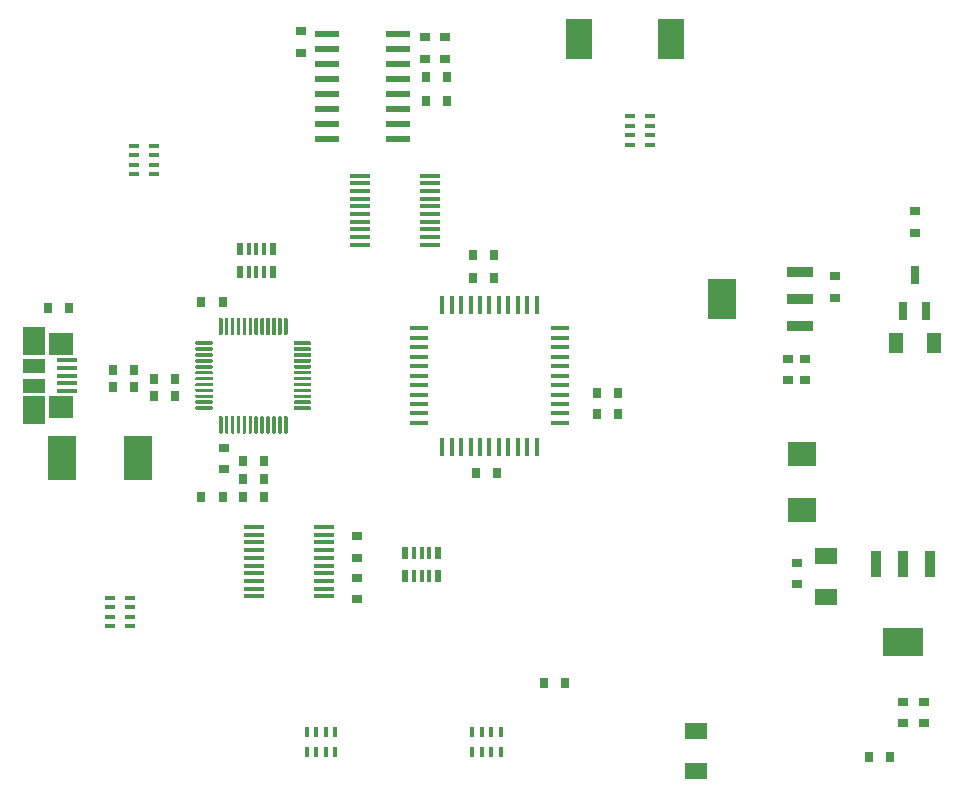
<source format=gbr>
%TF.GenerationSoftware,KiCad,Pcbnew,5.1.8-4.fc33*%
%TF.CreationDate,2020-12-20T17:27:52+03:00*%
%TF.ProjectId,2232,32323332-2e6b-4696-9361-645f70636258,rev?*%
%TF.SameCoordinates,Original*%
%TF.FileFunction,Paste,Bot*%
%TF.FilePolarity,Positive*%
%FSLAX46Y46*%
G04 Gerber Fmt 4.6, Leading zero omitted, Abs format (unit mm)*
G04 Created by KiCad (PCBNEW 5.1.8-4.fc33) date 2020-12-20 17:27:52*
%MOMM*%
%LPD*%
G01*
G04 APERTURE LIST*
%ADD10R,0.900000X0.800000*%
%ADD11R,2.400000X2.000000*%
%ADD12R,1.200000X1.700000*%
%ADD13R,2.200000X0.900000*%
%ADD14R,2.400000X3.500000*%
%ADD15R,0.800000X1.600000*%
%ADD16R,1.800000X0.450000*%
%ADD17R,0.800000X0.900000*%
%ADD18R,0.400000X1.500000*%
%ADD19R,1.500000X0.400000*%
%ADD20R,2.000000X0.600000*%
%ADD21R,0.900000X2.200000*%
%ADD22R,3.500000X2.400000*%
%ADD23R,0.900000X0.440000*%
%ADD24R,0.600000X1.000000*%
%ADD25R,0.400000X1.000000*%
%ADD26R,0.440000X0.900000*%
%ADD27R,2.350000X3.700000*%
%ADD28R,2.100000X1.870000*%
%ADD29R,1.680000X0.450000*%
%ADD30R,1.900000X1.170000*%
%ADD31R,1.900000X2.375000*%
%ADD32R,2.200000X3.400000*%
%ADD33R,1.900000X1.400000*%
G04 APERTURE END LIST*
D10*
%TO.C,R15*%
X125250000Y-100400000D03*
X125250000Y-98600000D03*
%TD*%
%TO.C,R14*%
X126750000Y-100400000D03*
X126750000Y-98600000D03*
%TD*%
D11*
%TO.C,D10*%
X126500000Y-111400000D03*
X126500000Y-106600000D03*
%TD*%
D10*
%TO.C,R13*%
X129250000Y-91600000D03*
X129250000Y-93400000D03*
%TD*%
%TO.C,R12*%
X136750000Y-129400000D03*
X136750000Y-127600000D03*
%TD*%
%TO.C,R11*%
X135000000Y-129400000D03*
X135000000Y-127600000D03*
%TD*%
D12*
%TO.C,R9*%
X134400000Y-97250000D03*
X137600000Y-97250000D03*
%TD*%
D10*
%TO.C,R8*%
X136000000Y-86100000D03*
X136000000Y-87900000D03*
%TD*%
D13*
%TO.C,Q2*%
X126300000Y-95790000D03*
X126300000Y-93500000D03*
D14*
X119700000Y-93500000D03*
D13*
X126300000Y-91210000D03*
%TD*%
D15*
%TO.C,Q1*%
X136000000Y-91500000D03*
X135050000Y-94500000D03*
X136950000Y-94500000D03*
%TD*%
D16*
%TO.C,U5*%
X94950000Y-83075000D03*
X94950000Y-83725000D03*
X94950000Y-84375000D03*
X94950000Y-85025000D03*
X94950000Y-85675000D03*
X94950000Y-86325000D03*
X94950000Y-86975000D03*
X94950000Y-87625000D03*
X94950000Y-88275000D03*
X89050000Y-83075000D03*
X89050000Y-83725000D03*
X89050000Y-84375000D03*
X89050000Y-85025000D03*
X89050000Y-85675000D03*
X89050000Y-86325000D03*
X89050000Y-86975000D03*
X89050000Y-87625000D03*
X89050000Y-88275000D03*
X94950000Y-88925000D03*
X89050000Y-88925000D03*
%TD*%
D17*
%TO.C,C21*%
X100400000Y-89750000D03*
X98600000Y-89750000D03*
%TD*%
D18*
%TO.C,U3*%
X104000000Y-94000000D03*
X103200000Y-94000000D03*
X102400000Y-94000000D03*
X101600000Y-94000000D03*
X100800000Y-94000000D03*
X100000000Y-94000000D03*
X99200000Y-94000000D03*
X98400000Y-94000000D03*
X97600000Y-94000000D03*
X96800000Y-94000000D03*
X96000000Y-94000000D03*
D19*
X94000000Y-96000000D03*
X94000000Y-96800000D03*
X94000000Y-97600000D03*
X94000000Y-98400000D03*
X94000000Y-99200000D03*
X94000000Y-100000000D03*
X94000000Y-100800000D03*
X94000000Y-101600000D03*
X94000000Y-102400000D03*
X94000000Y-103200000D03*
X94000000Y-104000000D03*
D18*
X96000000Y-106000000D03*
X96800000Y-106000000D03*
X97600000Y-106000000D03*
X98400000Y-106000000D03*
X99200000Y-106000000D03*
X100000000Y-106000000D03*
X100800000Y-106000000D03*
X101600000Y-106000000D03*
X102400000Y-106000000D03*
X103200000Y-106000000D03*
X104000000Y-106000000D03*
D19*
X106000000Y-104000000D03*
X106000000Y-103200000D03*
X106000000Y-102400000D03*
X106000000Y-101600000D03*
X106000000Y-100800000D03*
X106000000Y-100000000D03*
X106000000Y-99200000D03*
X106000000Y-98400000D03*
X106000000Y-97600000D03*
X106000000Y-96800000D03*
X106000000Y-96000000D03*
%TD*%
D17*
%TO.C,C20*%
X98850000Y-108250000D03*
X100650000Y-108250000D03*
%TD*%
%TO.C,R10*%
X64400000Y-94250000D03*
X62600000Y-94250000D03*
%TD*%
D10*
%TO.C,R7*%
X88750000Y-118900000D03*
X88750000Y-117100000D03*
%TD*%
%TO.C,R6*%
X88750000Y-115400000D03*
X88750000Y-113600000D03*
%TD*%
D20*
%TO.C,U6*%
X92250000Y-79945000D03*
X92250000Y-78675000D03*
X92250000Y-77405000D03*
X92250000Y-76135000D03*
X92250000Y-74865000D03*
X92250000Y-73595000D03*
X92250000Y-72325000D03*
X92250000Y-71055000D03*
X86250000Y-79945000D03*
X86250000Y-78675000D03*
X86250000Y-77405000D03*
X86250000Y-76135000D03*
X86250000Y-74865000D03*
X86250000Y-73595000D03*
X86250000Y-72325000D03*
X86250000Y-71055000D03*
%TD*%
D16*
%TO.C,U4*%
X80050000Y-118675000D03*
X80050000Y-118025000D03*
X80050000Y-117375000D03*
X80050000Y-116725000D03*
X80050000Y-116075000D03*
X80050000Y-115425000D03*
X80050000Y-114775000D03*
X80050000Y-114125000D03*
X80050000Y-113475000D03*
X85950000Y-118675000D03*
X85950000Y-118025000D03*
X85950000Y-117375000D03*
X85950000Y-116725000D03*
X85950000Y-116075000D03*
X85950000Y-115425000D03*
X85950000Y-114775000D03*
X85950000Y-114125000D03*
X85950000Y-113475000D03*
X80050000Y-112825000D03*
X85950000Y-112825000D03*
%TD*%
D21*
%TO.C,U2*%
X137290000Y-115950000D03*
X135000000Y-115950000D03*
D22*
X135000000Y-122550000D03*
D21*
X132710000Y-115950000D03*
%TD*%
%TO.C,U1*%
G36*
G01*
X77100000Y-104825000D02*
X77100000Y-103500000D01*
G75*
G02*
X77175000Y-103425000I75000J0D01*
G01*
X77325000Y-103425000D01*
G75*
G02*
X77400000Y-103500000I0J-75000D01*
G01*
X77400000Y-104825000D01*
G75*
G02*
X77325000Y-104900000I-75000J0D01*
G01*
X77175000Y-104900000D01*
G75*
G02*
X77100000Y-104825000I0J75000D01*
G01*
G37*
G36*
G01*
X77600000Y-104825000D02*
X77600000Y-103500000D01*
G75*
G02*
X77675000Y-103425000I75000J0D01*
G01*
X77825000Y-103425000D01*
G75*
G02*
X77900000Y-103500000I0J-75000D01*
G01*
X77900000Y-104825000D01*
G75*
G02*
X77825000Y-104900000I-75000J0D01*
G01*
X77675000Y-104900000D01*
G75*
G02*
X77600000Y-104825000I0J75000D01*
G01*
G37*
G36*
G01*
X78100000Y-104825000D02*
X78100000Y-103500000D01*
G75*
G02*
X78175000Y-103425000I75000J0D01*
G01*
X78325000Y-103425000D01*
G75*
G02*
X78400000Y-103500000I0J-75000D01*
G01*
X78400000Y-104825000D01*
G75*
G02*
X78325000Y-104900000I-75000J0D01*
G01*
X78175000Y-104900000D01*
G75*
G02*
X78100000Y-104825000I0J75000D01*
G01*
G37*
G36*
G01*
X78600000Y-104825000D02*
X78600000Y-103500000D01*
G75*
G02*
X78675000Y-103425000I75000J0D01*
G01*
X78825000Y-103425000D01*
G75*
G02*
X78900000Y-103500000I0J-75000D01*
G01*
X78900000Y-104825000D01*
G75*
G02*
X78825000Y-104900000I-75000J0D01*
G01*
X78675000Y-104900000D01*
G75*
G02*
X78600000Y-104825000I0J75000D01*
G01*
G37*
G36*
G01*
X79100000Y-104825000D02*
X79100000Y-103500000D01*
G75*
G02*
X79175000Y-103425000I75000J0D01*
G01*
X79325000Y-103425000D01*
G75*
G02*
X79400000Y-103500000I0J-75000D01*
G01*
X79400000Y-104825000D01*
G75*
G02*
X79325000Y-104900000I-75000J0D01*
G01*
X79175000Y-104900000D01*
G75*
G02*
X79100000Y-104825000I0J75000D01*
G01*
G37*
G36*
G01*
X79600000Y-104825000D02*
X79600000Y-103500000D01*
G75*
G02*
X79675000Y-103425000I75000J0D01*
G01*
X79825000Y-103425000D01*
G75*
G02*
X79900000Y-103500000I0J-75000D01*
G01*
X79900000Y-104825000D01*
G75*
G02*
X79825000Y-104900000I-75000J0D01*
G01*
X79675000Y-104900000D01*
G75*
G02*
X79600000Y-104825000I0J75000D01*
G01*
G37*
G36*
G01*
X80100000Y-104825000D02*
X80100000Y-103500000D01*
G75*
G02*
X80175000Y-103425000I75000J0D01*
G01*
X80325000Y-103425000D01*
G75*
G02*
X80400000Y-103500000I0J-75000D01*
G01*
X80400000Y-104825000D01*
G75*
G02*
X80325000Y-104900000I-75000J0D01*
G01*
X80175000Y-104900000D01*
G75*
G02*
X80100000Y-104825000I0J75000D01*
G01*
G37*
G36*
G01*
X80600000Y-104825000D02*
X80600000Y-103500000D01*
G75*
G02*
X80675000Y-103425000I75000J0D01*
G01*
X80825000Y-103425000D01*
G75*
G02*
X80900000Y-103500000I0J-75000D01*
G01*
X80900000Y-104825000D01*
G75*
G02*
X80825000Y-104900000I-75000J0D01*
G01*
X80675000Y-104900000D01*
G75*
G02*
X80600000Y-104825000I0J75000D01*
G01*
G37*
G36*
G01*
X81100000Y-104825000D02*
X81100000Y-103500000D01*
G75*
G02*
X81175000Y-103425000I75000J0D01*
G01*
X81325000Y-103425000D01*
G75*
G02*
X81400000Y-103500000I0J-75000D01*
G01*
X81400000Y-104825000D01*
G75*
G02*
X81325000Y-104900000I-75000J0D01*
G01*
X81175000Y-104900000D01*
G75*
G02*
X81100000Y-104825000I0J75000D01*
G01*
G37*
G36*
G01*
X81600000Y-104825000D02*
X81600000Y-103500000D01*
G75*
G02*
X81675000Y-103425000I75000J0D01*
G01*
X81825000Y-103425000D01*
G75*
G02*
X81900000Y-103500000I0J-75000D01*
G01*
X81900000Y-104825000D01*
G75*
G02*
X81825000Y-104900000I-75000J0D01*
G01*
X81675000Y-104900000D01*
G75*
G02*
X81600000Y-104825000I0J75000D01*
G01*
G37*
G36*
G01*
X82100000Y-104825000D02*
X82100000Y-103500000D01*
G75*
G02*
X82175000Y-103425000I75000J0D01*
G01*
X82325000Y-103425000D01*
G75*
G02*
X82400000Y-103500000I0J-75000D01*
G01*
X82400000Y-104825000D01*
G75*
G02*
X82325000Y-104900000I-75000J0D01*
G01*
X82175000Y-104900000D01*
G75*
G02*
X82100000Y-104825000I0J75000D01*
G01*
G37*
G36*
G01*
X82600000Y-104825000D02*
X82600000Y-103500000D01*
G75*
G02*
X82675000Y-103425000I75000J0D01*
G01*
X82825000Y-103425000D01*
G75*
G02*
X82900000Y-103500000I0J-75000D01*
G01*
X82900000Y-104825000D01*
G75*
G02*
X82825000Y-104900000I-75000J0D01*
G01*
X82675000Y-104900000D01*
G75*
G02*
X82600000Y-104825000I0J75000D01*
G01*
G37*
G36*
G01*
X83425000Y-102825000D02*
X83425000Y-102675000D01*
G75*
G02*
X83500000Y-102600000I75000J0D01*
G01*
X84825000Y-102600000D01*
G75*
G02*
X84900000Y-102675000I0J-75000D01*
G01*
X84900000Y-102825000D01*
G75*
G02*
X84825000Y-102900000I-75000J0D01*
G01*
X83500000Y-102900000D01*
G75*
G02*
X83425000Y-102825000I0J75000D01*
G01*
G37*
G36*
G01*
X83425000Y-102325000D02*
X83425000Y-102175000D01*
G75*
G02*
X83500000Y-102100000I75000J0D01*
G01*
X84825000Y-102100000D01*
G75*
G02*
X84900000Y-102175000I0J-75000D01*
G01*
X84900000Y-102325000D01*
G75*
G02*
X84825000Y-102400000I-75000J0D01*
G01*
X83500000Y-102400000D01*
G75*
G02*
X83425000Y-102325000I0J75000D01*
G01*
G37*
G36*
G01*
X83425000Y-101825000D02*
X83425000Y-101675000D01*
G75*
G02*
X83500000Y-101600000I75000J0D01*
G01*
X84825000Y-101600000D01*
G75*
G02*
X84900000Y-101675000I0J-75000D01*
G01*
X84900000Y-101825000D01*
G75*
G02*
X84825000Y-101900000I-75000J0D01*
G01*
X83500000Y-101900000D01*
G75*
G02*
X83425000Y-101825000I0J75000D01*
G01*
G37*
G36*
G01*
X83425000Y-101325000D02*
X83425000Y-101175000D01*
G75*
G02*
X83500000Y-101100000I75000J0D01*
G01*
X84825000Y-101100000D01*
G75*
G02*
X84900000Y-101175000I0J-75000D01*
G01*
X84900000Y-101325000D01*
G75*
G02*
X84825000Y-101400000I-75000J0D01*
G01*
X83500000Y-101400000D01*
G75*
G02*
X83425000Y-101325000I0J75000D01*
G01*
G37*
G36*
G01*
X83425000Y-100825000D02*
X83425000Y-100675000D01*
G75*
G02*
X83500000Y-100600000I75000J0D01*
G01*
X84825000Y-100600000D01*
G75*
G02*
X84900000Y-100675000I0J-75000D01*
G01*
X84900000Y-100825000D01*
G75*
G02*
X84825000Y-100900000I-75000J0D01*
G01*
X83500000Y-100900000D01*
G75*
G02*
X83425000Y-100825000I0J75000D01*
G01*
G37*
G36*
G01*
X83425000Y-100325000D02*
X83425000Y-100175000D01*
G75*
G02*
X83500000Y-100100000I75000J0D01*
G01*
X84825000Y-100100000D01*
G75*
G02*
X84900000Y-100175000I0J-75000D01*
G01*
X84900000Y-100325000D01*
G75*
G02*
X84825000Y-100400000I-75000J0D01*
G01*
X83500000Y-100400000D01*
G75*
G02*
X83425000Y-100325000I0J75000D01*
G01*
G37*
G36*
G01*
X83425000Y-99825000D02*
X83425000Y-99675000D01*
G75*
G02*
X83500000Y-99600000I75000J0D01*
G01*
X84825000Y-99600000D01*
G75*
G02*
X84900000Y-99675000I0J-75000D01*
G01*
X84900000Y-99825000D01*
G75*
G02*
X84825000Y-99900000I-75000J0D01*
G01*
X83500000Y-99900000D01*
G75*
G02*
X83425000Y-99825000I0J75000D01*
G01*
G37*
G36*
G01*
X83425000Y-99325000D02*
X83425000Y-99175000D01*
G75*
G02*
X83500000Y-99100000I75000J0D01*
G01*
X84825000Y-99100000D01*
G75*
G02*
X84900000Y-99175000I0J-75000D01*
G01*
X84900000Y-99325000D01*
G75*
G02*
X84825000Y-99400000I-75000J0D01*
G01*
X83500000Y-99400000D01*
G75*
G02*
X83425000Y-99325000I0J75000D01*
G01*
G37*
G36*
G01*
X83425000Y-98825000D02*
X83425000Y-98675000D01*
G75*
G02*
X83500000Y-98600000I75000J0D01*
G01*
X84825000Y-98600000D01*
G75*
G02*
X84900000Y-98675000I0J-75000D01*
G01*
X84900000Y-98825000D01*
G75*
G02*
X84825000Y-98900000I-75000J0D01*
G01*
X83500000Y-98900000D01*
G75*
G02*
X83425000Y-98825000I0J75000D01*
G01*
G37*
G36*
G01*
X83425000Y-98325000D02*
X83425000Y-98175000D01*
G75*
G02*
X83500000Y-98100000I75000J0D01*
G01*
X84825000Y-98100000D01*
G75*
G02*
X84900000Y-98175000I0J-75000D01*
G01*
X84900000Y-98325000D01*
G75*
G02*
X84825000Y-98400000I-75000J0D01*
G01*
X83500000Y-98400000D01*
G75*
G02*
X83425000Y-98325000I0J75000D01*
G01*
G37*
G36*
G01*
X83425000Y-97825000D02*
X83425000Y-97675000D01*
G75*
G02*
X83500000Y-97600000I75000J0D01*
G01*
X84825000Y-97600000D01*
G75*
G02*
X84900000Y-97675000I0J-75000D01*
G01*
X84900000Y-97825000D01*
G75*
G02*
X84825000Y-97900000I-75000J0D01*
G01*
X83500000Y-97900000D01*
G75*
G02*
X83425000Y-97825000I0J75000D01*
G01*
G37*
G36*
G01*
X83425000Y-97325000D02*
X83425000Y-97175000D01*
G75*
G02*
X83500000Y-97100000I75000J0D01*
G01*
X84825000Y-97100000D01*
G75*
G02*
X84900000Y-97175000I0J-75000D01*
G01*
X84900000Y-97325000D01*
G75*
G02*
X84825000Y-97400000I-75000J0D01*
G01*
X83500000Y-97400000D01*
G75*
G02*
X83425000Y-97325000I0J75000D01*
G01*
G37*
G36*
G01*
X82600000Y-96500000D02*
X82600000Y-95175000D01*
G75*
G02*
X82675000Y-95100000I75000J0D01*
G01*
X82825000Y-95100000D01*
G75*
G02*
X82900000Y-95175000I0J-75000D01*
G01*
X82900000Y-96500000D01*
G75*
G02*
X82825000Y-96575000I-75000J0D01*
G01*
X82675000Y-96575000D01*
G75*
G02*
X82600000Y-96500000I0J75000D01*
G01*
G37*
G36*
G01*
X82100000Y-96500000D02*
X82100000Y-95175000D01*
G75*
G02*
X82175000Y-95100000I75000J0D01*
G01*
X82325000Y-95100000D01*
G75*
G02*
X82400000Y-95175000I0J-75000D01*
G01*
X82400000Y-96500000D01*
G75*
G02*
X82325000Y-96575000I-75000J0D01*
G01*
X82175000Y-96575000D01*
G75*
G02*
X82100000Y-96500000I0J75000D01*
G01*
G37*
G36*
G01*
X81600000Y-96500000D02*
X81600000Y-95175000D01*
G75*
G02*
X81675000Y-95100000I75000J0D01*
G01*
X81825000Y-95100000D01*
G75*
G02*
X81900000Y-95175000I0J-75000D01*
G01*
X81900000Y-96500000D01*
G75*
G02*
X81825000Y-96575000I-75000J0D01*
G01*
X81675000Y-96575000D01*
G75*
G02*
X81600000Y-96500000I0J75000D01*
G01*
G37*
G36*
G01*
X81100000Y-96500000D02*
X81100000Y-95175000D01*
G75*
G02*
X81175000Y-95100000I75000J0D01*
G01*
X81325000Y-95100000D01*
G75*
G02*
X81400000Y-95175000I0J-75000D01*
G01*
X81400000Y-96500000D01*
G75*
G02*
X81325000Y-96575000I-75000J0D01*
G01*
X81175000Y-96575000D01*
G75*
G02*
X81100000Y-96500000I0J75000D01*
G01*
G37*
G36*
G01*
X80600000Y-96500000D02*
X80600000Y-95175000D01*
G75*
G02*
X80675000Y-95100000I75000J0D01*
G01*
X80825000Y-95100000D01*
G75*
G02*
X80900000Y-95175000I0J-75000D01*
G01*
X80900000Y-96500000D01*
G75*
G02*
X80825000Y-96575000I-75000J0D01*
G01*
X80675000Y-96575000D01*
G75*
G02*
X80600000Y-96500000I0J75000D01*
G01*
G37*
G36*
G01*
X80100000Y-96500000D02*
X80100000Y-95175000D01*
G75*
G02*
X80175000Y-95100000I75000J0D01*
G01*
X80325000Y-95100000D01*
G75*
G02*
X80400000Y-95175000I0J-75000D01*
G01*
X80400000Y-96500000D01*
G75*
G02*
X80325000Y-96575000I-75000J0D01*
G01*
X80175000Y-96575000D01*
G75*
G02*
X80100000Y-96500000I0J75000D01*
G01*
G37*
G36*
G01*
X79600000Y-96500000D02*
X79600000Y-95175000D01*
G75*
G02*
X79675000Y-95100000I75000J0D01*
G01*
X79825000Y-95100000D01*
G75*
G02*
X79900000Y-95175000I0J-75000D01*
G01*
X79900000Y-96500000D01*
G75*
G02*
X79825000Y-96575000I-75000J0D01*
G01*
X79675000Y-96575000D01*
G75*
G02*
X79600000Y-96500000I0J75000D01*
G01*
G37*
G36*
G01*
X79100000Y-96500000D02*
X79100000Y-95175000D01*
G75*
G02*
X79175000Y-95100000I75000J0D01*
G01*
X79325000Y-95100000D01*
G75*
G02*
X79400000Y-95175000I0J-75000D01*
G01*
X79400000Y-96500000D01*
G75*
G02*
X79325000Y-96575000I-75000J0D01*
G01*
X79175000Y-96575000D01*
G75*
G02*
X79100000Y-96500000I0J75000D01*
G01*
G37*
G36*
G01*
X78600000Y-96500000D02*
X78600000Y-95175000D01*
G75*
G02*
X78675000Y-95100000I75000J0D01*
G01*
X78825000Y-95100000D01*
G75*
G02*
X78900000Y-95175000I0J-75000D01*
G01*
X78900000Y-96500000D01*
G75*
G02*
X78825000Y-96575000I-75000J0D01*
G01*
X78675000Y-96575000D01*
G75*
G02*
X78600000Y-96500000I0J75000D01*
G01*
G37*
G36*
G01*
X78100000Y-96500000D02*
X78100000Y-95175000D01*
G75*
G02*
X78175000Y-95100000I75000J0D01*
G01*
X78325000Y-95100000D01*
G75*
G02*
X78400000Y-95175000I0J-75000D01*
G01*
X78400000Y-96500000D01*
G75*
G02*
X78325000Y-96575000I-75000J0D01*
G01*
X78175000Y-96575000D01*
G75*
G02*
X78100000Y-96500000I0J75000D01*
G01*
G37*
G36*
G01*
X77600000Y-96500000D02*
X77600000Y-95175000D01*
G75*
G02*
X77675000Y-95100000I75000J0D01*
G01*
X77825000Y-95100000D01*
G75*
G02*
X77900000Y-95175000I0J-75000D01*
G01*
X77900000Y-96500000D01*
G75*
G02*
X77825000Y-96575000I-75000J0D01*
G01*
X77675000Y-96575000D01*
G75*
G02*
X77600000Y-96500000I0J75000D01*
G01*
G37*
G36*
G01*
X77100000Y-96500000D02*
X77100000Y-95175000D01*
G75*
G02*
X77175000Y-95100000I75000J0D01*
G01*
X77325000Y-95100000D01*
G75*
G02*
X77400000Y-95175000I0J-75000D01*
G01*
X77400000Y-96500000D01*
G75*
G02*
X77325000Y-96575000I-75000J0D01*
G01*
X77175000Y-96575000D01*
G75*
G02*
X77100000Y-96500000I0J75000D01*
G01*
G37*
G36*
G01*
X75100000Y-97325000D02*
X75100000Y-97175000D01*
G75*
G02*
X75175000Y-97100000I75000J0D01*
G01*
X76500000Y-97100000D01*
G75*
G02*
X76575000Y-97175000I0J-75000D01*
G01*
X76575000Y-97325000D01*
G75*
G02*
X76500000Y-97400000I-75000J0D01*
G01*
X75175000Y-97400000D01*
G75*
G02*
X75100000Y-97325000I0J75000D01*
G01*
G37*
G36*
G01*
X75100000Y-97825000D02*
X75100000Y-97675000D01*
G75*
G02*
X75175000Y-97600000I75000J0D01*
G01*
X76500000Y-97600000D01*
G75*
G02*
X76575000Y-97675000I0J-75000D01*
G01*
X76575000Y-97825000D01*
G75*
G02*
X76500000Y-97900000I-75000J0D01*
G01*
X75175000Y-97900000D01*
G75*
G02*
X75100000Y-97825000I0J75000D01*
G01*
G37*
G36*
G01*
X75100000Y-98325000D02*
X75100000Y-98175000D01*
G75*
G02*
X75175000Y-98100000I75000J0D01*
G01*
X76500000Y-98100000D01*
G75*
G02*
X76575000Y-98175000I0J-75000D01*
G01*
X76575000Y-98325000D01*
G75*
G02*
X76500000Y-98400000I-75000J0D01*
G01*
X75175000Y-98400000D01*
G75*
G02*
X75100000Y-98325000I0J75000D01*
G01*
G37*
G36*
G01*
X75100000Y-98825000D02*
X75100000Y-98675000D01*
G75*
G02*
X75175000Y-98600000I75000J0D01*
G01*
X76500000Y-98600000D01*
G75*
G02*
X76575000Y-98675000I0J-75000D01*
G01*
X76575000Y-98825000D01*
G75*
G02*
X76500000Y-98900000I-75000J0D01*
G01*
X75175000Y-98900000D01*
G75*
G02*
X75100000Y-98825000I0J75000D01*
G01*
G37*
G36*
G01*
X75100000Y-99325000D02*
X75100000Y-99175000D01*
G75*
G02*
X75175000Y-99100000I75000J0D01*
G01*
X76500000Y-99100000D01*
G75*
G02*
X76575000Y-99175000I0J-75000D01*
G01*
X76575000Y-99325000D01*
G75*
G02*
X76500000Y-99400000I-75000J0D01*
G01*
X75175000Y-99400000D01*
G75*
G02*
X75100000Y-99325000I0J75000D01*
G01*
G37*
G36*
G01*
X75100000Y-99825000D02*
X75100000Y-99675000D01*
G75*
G02*
X75175000Y-99600000I75000J0D01*
G01*
X76500000Y-99600000D01*
G75*
G02*
X76575000Y-99675000I0J-75000D01*
G01*
X76575000Y-99825000D01*
G75*
G02*
X76500000Y-99900000I-75000J0D01*
G01*
X75175000Y-99900000D01*
G75*
G02*
X75100000Y-99825000I0J75000D01*
G01*
G37*
G36*
G01*
X75100000Y-100325000D02*
X75100000Y-100175000D01*
G75*
G02*
X75175000Y-100100000I75000J0D01*
G01*
X76500000Y-100100000D01*
G75*
G02*
X76575000Y-100175000I0J-75000D01*
G01*
X76575000Y-100325000D01*
G75*
G02*
X76500000Y-100400000I-75000J0D01*
G01*
X75175000Y-100400000D01*
G75*
G02*
X75100000Y-100325000I0J75000D01*
G01*
G37*
G36*
G01*
X75100000Y-100825000D02*
X75100000Y-100675000D01*
G75*
G02*
X75175000Y-100600000I75000J0D01*
G01*
X76500000Y-100600000D01*
G75*
G02*
X76575000Y-100675000I0J-75000D01*
G01*
X76575000Y-100825000D01*
G75*
G02*
X76500000Y-100900000I-75000J0D01*
G01*
X75175000Y-100900000D01*
G75*
G02*
X75100000Y-100825000I0J75000D01*
G01*
G37*
G36*
G01*
X75100000Y-101325000D02*
X75100000Y-101175000D01*
G75*
G02*
X75175000Y-101100000I75000J0D01*
G01*
X76500000Y-101100000D01*
G75*
G02*
X76575000Y-101175000I0J-75000D01*
G01*
X76575000Y-101325000D01*
G75*
G02*
X76500000Y-101400000I-75000J0D01*
G01*
X75175000Y-101400000D01*
G75*
G02*
X75100000Y-101325000I0J75000D01*
G01*
G37*
G36*
G01*
X75100000Y-101825000D02*
X75100000Y-101675000D01*
G75*
G02*
X75175000Y-101600000I75000J0D01*
G01*
X76500000Y-101600000D01*
G75*
G02*
X76575000Y-101675000I0J-75000D01*
G01*
X76575000Y-101825000D01*
G75*
G02*
X76500000Y-101900000I-75000J0D01*
G01*
X75175000Y-101900000D01*
G75*
G02*
X75100000Y-101825000I0J75000D01*
G01*
G37*
G36*
G01*
X75100000Y-102325000D02*
X75100000Y-102175000D01*
G75*
G02*
X75175000Y-102100000I75000J0D01*
G01*
X76500000Y-102100000D01*
G75*
G02*
X76575000Y-102175000I0J-75000D01*
G01*
X76575000Y-102325000D01*
G75*
G02*
X76500000Y-102400000I-75000J0D01*
G01*
X75175000Y-102400000D01*
G75*
G02*
X75100000Y-102325000I0J75000D01*
G01*
G37*
G36*
G01*
X75100000Y-102825000D02*
X75100000Y-102675000D01*
G75*
G02*
X75175000Y-102600000I75000J0D01*
G01*
X76500000Y-102600000D01*
G75*
G02*
X76575000Y-102675000I0J-75000D01*
G01*
X76575000Y-102825000D01*
G75*
G02*
X76500000Y-102900000I-75000J0D01*
G01*
X75175000Y-102900000D01*
G75*
G02*
X75100000Y-102825000I0J75000D01*
G01*
G37*
%TD*%
D23*
%TO.C,RN7*%
X71600000Y-82950000D03*
X71600000Y-82150000D03*
X71600000Y-81350000D03*
X71600000Y-80550000D03*
X69900000Y-82950000D03*
X69900000Y-82150000D03*
X69900000Y-81350000D03*
X69900000Y-80550000D03*
%TD*%
%TO.C,RN6*%
X69600000Y-121200000D03*
X69600000Y-120400000D03*
X69600000Y-119600000D03*
X69600000Y-118800000D03*
X67900000Y-121200000D03*
X67900000Y-120400000D03*
X67900000Y-119600000D03*
X67900000Y-118800000D03*
%TD*%
%TO.C,RN5*%
X111900000Y-78050000D03*
X111900000Y-78850000D03*
X111900000Y-79650000D03*
X111900000Y-80450000D03*
X113600000Y-78050000D03*
X113600000Y-78850000D03*
X113600000Y-79650000D03*
X113600000Y-80450000D03*
%TD*%
D24*
%TO.C,RN4*%
X92870000Y-115000000D03*
D25*
X94890000Y-115000000D03*
X94250000Y-115000000D03*
D24*
X95630000Y-115000000D03*
D25*
X93610000Y-115000000D03*
D24*
X95630000Y-117000000D03*
D25*
X94890000Y-117000000D03*
X94250000Y-117000000D03*
X93610000Y-117000000D03*
D24*
X92870000Y-117000000D03*
%TD*%
%TO.C,RN3*%
X78870000Y-89250000D03*
D25*
X80890000Y-89250000D03*
X80250000Y-89250000D03*
D24*
X81630000Y-89250000D03*
D25*
X79610000Y-89250000D03*
D24*
X81630000Y-91250000D03*
D25*
X80890000Y-91250000D03*
X80250000Y-91250000D03*
X79610000Y-91250000D03*
D24*
X78870000Y-91250000D03*
%TD*%
D26*
%TO.C,RN2*%
X100950000Y-130150000D03*
X100150000Y-130150000D03*
X99350000Y-130150000D03*
X98550000Y-130150000D03*
X100950000Y-131850000D03*
X100150000Y-131850000D03*
X99350000Y-131850000D03*
X98550000Y-131850000D03*
%TD*%
%TO.C,RN1*%
X86950000Y-130150000D03*
X86150000Y-130150000D03*
X85350000Y-130150000D03*
X84550000Y-130150000D03*
X86950000Y-131850000D03*
X86150000Y-131850000D03*
X85350000Y-131850000D03*
X84550000Y-131850000D03*
%TD*%
D27*
%TO.C,R5*%
X63800000Y-107000000D03*
X70200000Y-107000000D03*
%TD*%
D17*
%TO.C,R4*%
X79100000Y-107200000D03*
X80900000Y-107200000D03*
%TD*%
%TO.C,R3*%
X71600000Y-101700000D03*
X73400000Y-101700000D03*
%TD*%
%TO.C,R2*%
X68100000Y-99500000D03*
X69900000Y-99500000D03*
%TD*%
%TO.C,R1*%
X68100000Y-101000000D03*
X69900000Y-101000000D03*
%TD*%
D28*
%TO.C,J1*%
X63750000Y-97340000D03*
D29*
X64260000Y-101300000D03*
X64260000Y-100650000D03*
X64260000Y-100000000D03*
X64260000Y-99350000D03*
D30*
X61450000Y-100840000D03*
D31*
X61450000Y-102910000D03*
D28*
X63750000Y-102660000D03*
D31*
X61450000Y-97090000D03*
D30*
X61450000Y-99160000D03*
D29*
X64260000Y-98700000D03*
%TD*%
D32*
%TO.C,D9*%
X107600000Y-71500000D03*
X115400000Y-71500000D03*
%TD*%
D17*
%TO.C,C19*%
X104600000Y-126000000D03*
X106400000Y-126000000D03*
%TD*%
%TO.C,C18*%
X94600000Y-76750000D03*
X96400000Y-76750000D03*
%TD*%
D10*
%TO.C,C17*%
X96250000Y-73150000D03*
X96250000Y-71350000D03*
%TD*%
D17*
%TO.C,C16*%
X96400000Y-74750000D03*
X94600000Y-74750000D03*
%TD*%
D10*
%TO.C,C15*%
X84000000Y-70850000D03*
X84000000Y-72650000D03*
%TD*%
%TO.C,C14*%
X94500000Y-73150000D03*
X94500000Y-71350000D03*
%TD*%
D17*
%TO.C,C13*%
X100400000Y-91750000D03*
X98600000Y-91750000D03*
%TD*%
D33*
%TO.C,C12*%
X128500000Y-115300000D03*
X128500000Y-118700000D03*
%TD*%
D10*
%TO.C,C11*%
X126000000Y-115850000D03*
X126000000Y-117650000D03*
%TD*%
D17*
%TO.C,C10*%
X110900000Y-101500000D03*
X109100000Y-101500000D03*
%TD*%
%TO.C,C9*%
X110900000Y-103250000D03*
X109100000Y-103250000D03*
%TD*%
D33*
%TO.C,C8*%
X117500000Y-130050000D03*
X117500000Y-133450000D03*
%TD*%
D17*
%TO.C,C7*%
X132100000Y-132250000D03*
X133900000Y-132250000D03*
%TD*%
%TO.C,C6*%
X75600000Y-93750000D03*
X77400000Y-93750000D03*
%TD*%
%TO.C,C5*%
X79100000Y-108750000D03*
X80900000Y-108750000D03*
%TD*%
D10*
%TO.C,C4*%
X77500000Y-107900000D03*
X77500000Y-106100000D03*
%TD*%
D17*
%TO.C,C3*%
X71600000Y-100250000D03*
X73400000Y-100250000D03*
%TD*%
%TO.C,C2*%
X77400000Y-110250000D03*
X75600000Y-110250000D03*
%TD*%
%TO.C,C1*%
X79100000Y-110250000D03*
X80900000Y-110250000D03*
%TD*%
M02*

</source>
